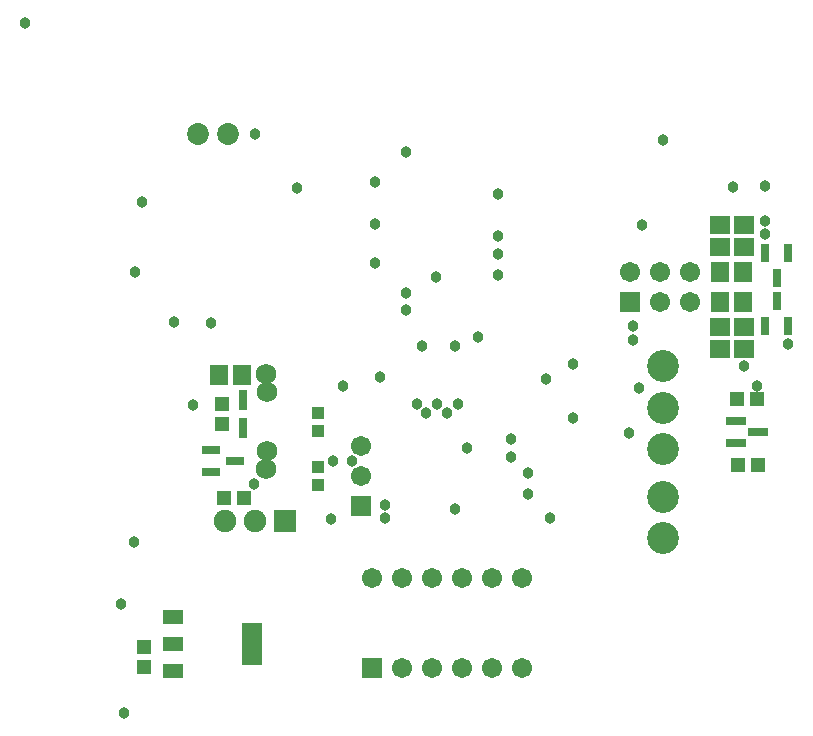
<source format=gbs>
%FSDAX24Y24*%
%MOIN*%
%SFA1B1*%

%IPPOS*%
%ADD38R,0.047400X0.051300*%
%ADD40R,0.051300X0.047400*%
%ADD42R,0.059200X0.067100*%
%ADD49R,0.059200X0.031600*%
%ADD51R,0.067100X0.059200*%
%ADD53C,0.067100*%
%ADD54R,0.067100X0.067100*%
%ADD55R,0.074900X0.074900*%
%ADD56C,0.074900*%
%ADD57C,0.068000*%
%ADD58C,0.067100*%
%ADD59R,0.067100X0.067100*%
%ADD60R,0.067100X0.067100*%
%ADD61C,0.073000*%
%ADD62C,0.106400*%
%ADD63C,0.038000*%
%ADD89R,0.031600X0.059200*%
%ADD90R,0.067100X0.031600*%
%ADD91R,0.069000X0.051300*%
%ADD92R,0.069000X0.051300*%
%ADD93R,0.069000X0.143800*%
%ADD94R,0.039500X0.039500*%
%ADD95R,0.029700X0.065100*%
%LNde-150824-1*%
%LPD*%
G54D38*
X017200Y025415D03*
Y026085D03*
X014600Y017315D03*
Y017985D03*
G54D40*
X034365Y026250D03*
X035035D03*
X017935Y022950D03*
X017265D03*
X034415Y024050D03*
X035085D03*
G54D42*
X034574Y030500D03*
X033826D03*
X034574Y029500D03*
X033826D03*
X017874Y027050D03*
X017126D03*
G54D49*
X016837Y023826D03*
Y024574D03*
X017663Y024200D03*
G54D51*
X033800Y032074D03*
Y031326D03*
Y027926D03*
Y028674D03*
X034600Y031326D03*
Y032074D03*
Y028674D03*
Y027926D03*
G54D53*
X032800Y030500D03*
Y029500D03*
X031800Y030500D03*
Y029500D03*
X030800Y030500D03*
X027200Y020300D03*
X026200D03*
X025200D03*
X024200D03*
X023200D03*
X022200D03*
X027200Y017300D03*
X021850Y023700D03*
Y024700D03*
G54D54*
X030800Y029500D03*
G54D55*
X019300Y022200D03*
G54D56*
X018300Y022200D03*
X017300D03*
G54D57*
X018700Y026494D03*
Y024526D03*
X018690Y027085D03*
Y023935D03*
G54D58*
X026200Y017300D03*
X025200D03*
X024200D03*
X023200D03*
G54D59*
X022200Y017300D03*
G54D60*
X021850Y022700D03*
G54D61*
X016400Y035100D03*
X017400D03*
G54D62*
X031920Y027348D03*
Y025970D03*
Y024592D03*
Y022999D03*
Y021621D03*
G54D63*
X010650Y038800D03*
X023883Y028033D03*
X014300Y030500D03*
X018300Y035100D03*
X019700Y033300D03*
X022300Y032100D03*
Y030800D03*
X026400Y033100D03*
Y031700D03*
Y030400D03*
Y031100D03*
X023350Y034500D03*
X013950Y015800D03*
X022300Y033500D03*
X022650Y022300D03*
Y022724D03*
X026850Y024930D03*
X031200Y032070D03*
X036090Y028080D03*
X035330Y031750D03*
X025090Y026090D03*
X024730Y025800D03*
X023710Y026080D03*
X024380D03*
X024030Y025790D03*
X031910Y034890D03*
X035330Y032200D03*
X028030Y026910D03*
X025370Y024610D03*
X027430Y023785D03*
X027420Y023100D03*
X016250Y026070D03*
X018270Y023440D03*
X020860Y022250D03*
X024972Y022608D03*
X014280Y021480D03*
X013850Y019410D03*
X015630Y028810D03*
X016860Y028800D03*
X023360Y029800D03*
X024980Y028020D03*
X022465Y027000D03*
X035050Y026680D03*
X030930Y028700D03*
X034600Y027360D03*
X028910Y025620D03*
Y027440D03*
X024340Y030320D03*
X025760Y028310D03*
X031130Y026630D03*
X030930Y028220D03*
X026850Y024313D03*
X023360Y029220D03*
X021560Y024200D03*
X020910D03*
X021250Y026700D03*
X035330Y033350D03*
X030780Y025110D03*
X028160Y022280D03*
X014540Y032840D03*
X034250Y033340D03*
G54D89*
X036074Y028687D03*
X035326D03*
X035700Y029513D03*
X035326Y031113D03*
X036074D03*
X035700Y030287D03*
G54D90*
X035094Y025150D03*
X034346Y025524D03*
Y024776D03*
G54D91*
X015571Y017194D03*
G54D92*
X015571Y018100D03*
Y019006D03*
G54D93*
X018229Y018100D03*
G54D94*
X020400Y025205D03*
Y025795D03*
Y023985D03*
Y023395D03*
G54D95*
X017900Y025287D03*
Y026213D03*
M02*
</source>
